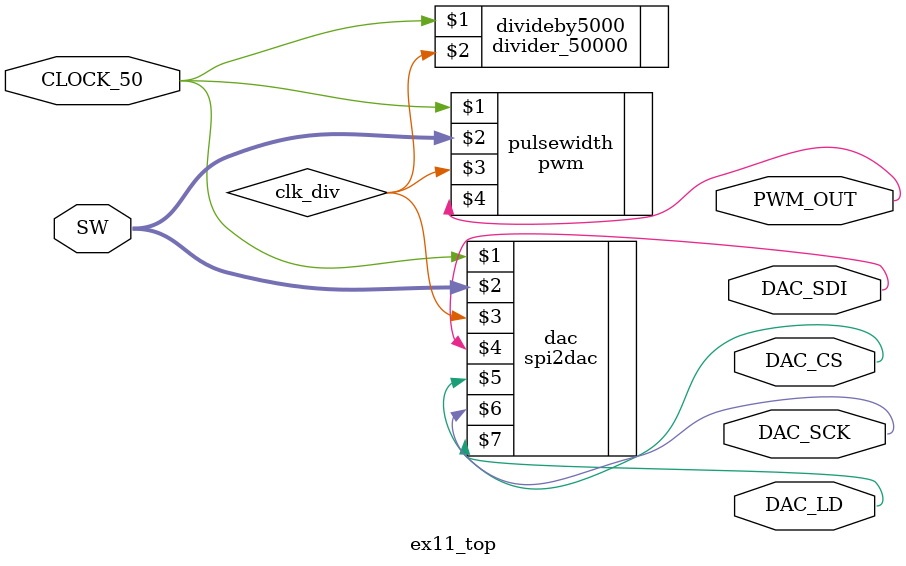
<source format=v>
module ex11_top (SW, CLOCK_50, DAC_CS, DAC_SDI, DAC_LD, DAC_SCK, PWM_OUT);
	input[9:0] SW;
	input CLOCK_50;
	output DAC_CS, DAC_SDI, DAC_LD, DAC_SCK;
	wire clk_div;
	output PWM_OUT;
	
	divider_50000	divideby5000 	(CLOCK_50, clk_div);
	
	spi2dac 		dac 			(CLOCK_50, SW[9:0], clk_div, DAC_SDI, DAC_CS, DAC_SCK, DAC_LD);
	
	pwm      		pulsewidth		(CLOCK_50, SW[9:0], clk_div, PWM_OUT);
	
endmodule
</source>
